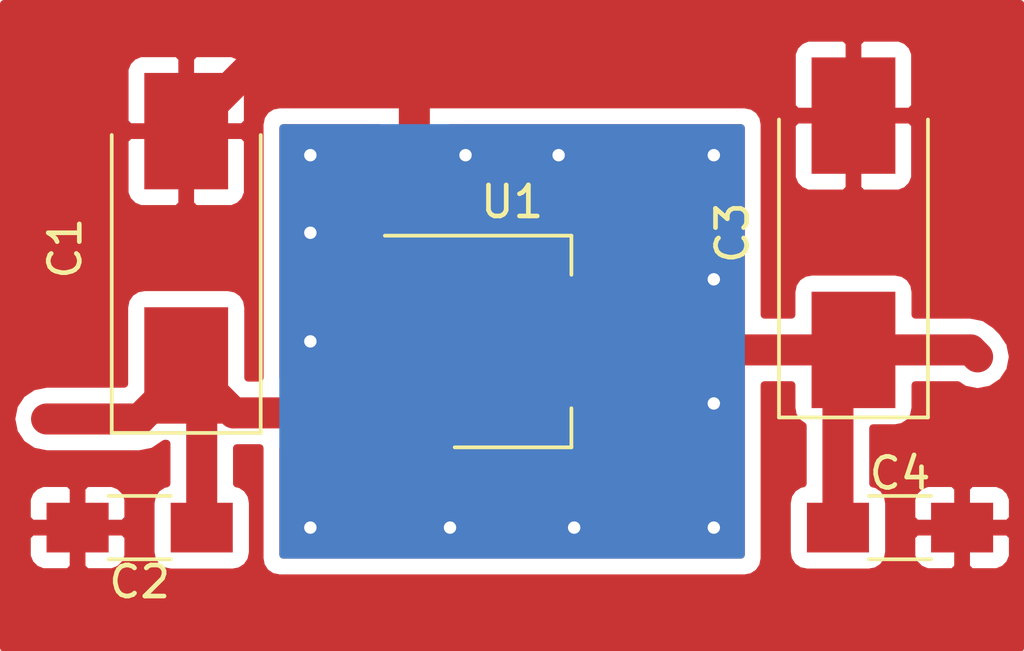
<source format=kicad_pcb>
(kicad_pcb (version 4) (host pcbnew 4.0.7)

  (general
    (links 9)
    (no_connects 1)
    (area 132 94 165.000001 115.000001)
    (thickness 1.6)
    (drawings 0)
    (tracks 45)
    (zones 0)
    (modules 5)
    (nets 4)
  )

  (page A4)
  (layers
    (0 F.Cu signal)
    (31 B.Cu signal)
    (32 B.Adhes user)
    (33 F.Adhes user)
    (34 B.Paste user)
    (35 F.Paste user)
    (36 B.SilkS user)
    (37 F.SilkS user)
    (38 B.Mask user)
    (39 F.Mask user)
    (40 Dwgs.User user)
    (41 Cmts.User user)
    (42 Eco1.User user)
    (43 Eco2.User user)
    (44 Edge.Cuts user)
    (45 Margin user)
    (46 B.CrtYd user)
    (47 F.CrtYd user)
    (48 B.Fab user)
    (49 F.Fab user)
  )

  (setup
    (last_trace_width 1)
    (trace_clearance 0.2)
    (zone_clearance 0.508)
    (zone_45_only yes)
    (trace_min 1)
    (segment_width 0.2)
    (edge_width 0.15)
    (via_size 0.6)
    (via_drill 0.4)
    (via_min_size 0.4)
    (via_min_drill 0.3)
    (uvia_size 0.3)
    (uvia_drill 0.1)
    (uvias_allowed no)
    (uvia_min_size 0.2)
    (uvia_min_drill 0.1)
    (pcb_text_width 0.3)
    (pcb_text_size 1.5 1.5)
    (mod_edge_width 0.15)
    (mod_text_size 1 1)
    (mod_text_width 0.15)
    (pad_size 1.524 1.524)
    (pad_drill 0.762)
    (pad_to_mask_clearance 0.2)
    (aux_axis_origin 0 0)
    (visible_elements FFFFFF7F)
    (pcbplotparams
      (layerselection 0x00030_80000001)
      (usegerberextensions false)
      (excludeedgelayer true)
      (linewidth 0.100000)
      (plotframeref false)
      (viasonmask false)
      (mode 1)
      (useauxorigin false)
      (hpglpennumber 1)
      (hpglpenspeed 20)
      (hpglpendiameter 15)
      (hpglpenoverlay 2)
      (psnegative false)
      (psa4output false)
      (plotreference true)
      (plotvalue true)
      (plotinvisibletext false)
      (padsonsilk false)
      (subtractmaskfromsilk false)
      (outputformat 1)
      (mirror false)
      (drillshape 1)
      (scaleselection 1)
      (outputdirectory ""))
  )

  (net 0 "")
  (net 1 +12V)
  (net 2 GND)
  (net 3 +5V)

  (net_class Default "This is the default net class."
    (clearance 0.2)
    (trace_width 1)
    (via_dia 0.6)
    (via_drill 0.4)
    (uvia_dia 0.3)
    (uvia_drill 0.1)
    (add_net +12V)
    (add_net +5V)
    (add_net GND)
  )

  (module Capacitors_Tantalum_SMD:CP_Tantalum_Case-D_EIA-7343-31_Hand (layer F.Cu) (tedit 58CC8C08) (tstamp 59D52654)
    (at 138 102 90)
    (descr "Tantalum capacitor, Case D, EIA 7343-31, 7.3x4.3x2.8mm, Hand soldering footprint")
    (tags "capacitor tantalum smd")
    (path /59D533FC)
    (attr smd)
    (fp_text reference C1 (at 0 -3.9 90) (layer F.SilkS)
      (effects (font (size 1 1) (thickness 0.15)))
    )
    (fp_text value "220 µ" (at 0 3.9 90) (layer F.Fab)
      (effects (font (size 1 1) (thickness 0.15)))
    )
    (fp_text user %R (at 0 0 90) (layer F.Fab)
      (effects (font (size 1 1) (thickness 0.15)))
    )
    (fp_line (start -6.05 -2.5) (end -6.05 2.5) (layer F.CrtYd) (width 0.05))
    (fp_line (start -6.05 2.5) (end 6.05 2.5) (layer F.CrtYd) (width 0.05))
    (fp_line (start 6.05 2.5) (end 6.05 -2.5) (layer F.CrtYd) (width 0.05))
    (fp_line (start 6.05 -2.5) (end -6.05 -2.5) (layer F.CrtYd) (width 0.05))
    (fp_line (start -3.65 -2.15) (end -3.65 2.15) (layer F.Fab) (width 0.1))
    (fp_line (start -3.65 2.15) (end 3.65 2.15) (layer F.Fab) (width 0.1))
    (fp_line (start 3.65 2.15) (end 3.65 -2.15) (layer F.Fab) (width 0.1))
    (fp_line (start 3.65 -2.15) (end -3.65 -2.15) (layer F.Fab) (width 0.1))
    (fp_line (start -2.92 -2.15) (end -2.92 2.15) (layer F.Fab) (width 0.1))
    (fp_line (start -2.555 -2.15) (end -2.555 2.15) (layer F.Fab) (width 0.1))
    (fp_line (start -5.95 -2.4) (end 3.65 -2.4) (layer F.SilkS) (width 0.12))
    (fp_line (start -5.95 2.4) (end 3.65 2.4) (layer F.SilkS) (width 0.12))
    (fp_line (start -5.95 -2.4) (end -5.95 2.4) (layer F.SilkS) (width 0.12))
    (pad 1 smd rect (at -3.775 0 90) (size 3.75 2.7) (layers F.Cu F.Paste F.Mask)
      (net 1 +12V))
    (pad 2 smd rect (at 3.775 0 90) (size 3.75 2.7) (layers F.Cu F.Paste F.Mask)
      (net 2 GND))
    (model ${KIPRJMOD}/AMS1117.3dshapes/CP_Tantalum_Case-D_EIA-7343-31.wrl
      (at (xyz 0 0 0))
      (scale (xyz 1 1 1))
      (rotate (xyz 0 0 0))
    )
  )

  (module Capacitors_SMD:C_1206_HandSoldering (layer F.Cu) (tedit 58AA84D1) (tstamp 59D5265A)
    (at 136.5 111 180)
    (descr "Capacitor SMD 1206, hand soldering")
    (tags "capacitor 1206")
    (path /59D53399)
    (attr smd)
    (fp_text reference C2 (at 0 -1.75 180) (layer F.SilkS)
      (effects (font (size 1 1) (thickness 0.15)))
    )
    (fp_text value "0.1 µ" (at 0 2 180) (layer F.Fab)
      (effects (font (size 1 1) (thickness 0.15)))
    )
    (fp_text user %R (at 0 -1.75 180) (layer F.Fab)
      (effects (font (size 1 1) (thickness 0.15)))
    )
    (fp_line (start -1.6 0.8) (end -1.6 -0.8) (layer F.Fab) (width 0.1))
    (fp_line (start 1.6 0.8) (end -1.6 0.8) (layer F.Fab) (width 0.1))
    (fp_line (start 1.6 -0.8) (end 1.6 0.8) (layer F.Fab) (width 0.1))
    (fp_line (start -1.6 -0.8) (end 1.6 -0.8) (layer F.Fab) (width 0.1))
    (fp_line (start 1 -1.02) (end -1 -1.02) (layer F.SilkS) (width 0.12))
    (fp_line (start -1 1.02) (end 1 1.02) (layer F.SilkS) (width 0.12))
    (fp_line (start -3.25 -1.05) (end 3.25 -1.05) (layer F.CrtYd) (width 0.05))
    (fp_line (start -3.25 -1.05) (end -3.25 1.05) (layer F.CrtYd) (width 0.05))
    (fp_line (start 3.25 1.05) (end 3.25 -1.05) (layer F.CrtYd) (width 0.05))
    (fp_line (start 3.25 1.05) (end -3.25 1.05) (layer F.CrtYd) (width 0.05))
    (pad 1 smd rect (at -2 0 180) (size 2 1.6) (layers F.Cu F.Paste F.Mask)
      (net 1 +12V))
    (pad 2 smd rect (at 2 0 180) (size 2 1.6) (layers F.Cu F.Paste F.Mask)
      (net 2 GND))
    (model ${KIPRJMOD}/AMS1117.3dshapes//C_1206.wrl
      (at (xyz 0 0 0))
      (scale (xyz 1 1 1))
      (rotate (xyz 0 0 0))
    )
  )

  (module Capacitors_Tantalum_SMD:CP_Tantalum_Case-D_EIA-7343-31_Hand (layer F.Cu) (tedit 58CC8C08) (tstamp 59D52660)
    (at 159.5 101.5 90)
    (descr "Tantalum capacitor, Case D, EIA 7343-31, 7.3x4.3x2.8mm, Hand soldering footprint")
    (tags "capacitor tantalum smd")
    (path /59D5342C)
    (attr smd)
    (fp_text reference C3 (at 0 -3.9 90) (layer F.SilkS)
      (effects (font (size 1 1) (thickness 0.15)))
    )
    (fp_text value "10 µ" (at 0 3.9 90) (layer F.Fab)
      (effects (font (size 1 1) (thickness 0.15)))
    )
    (fp_text user %R (at 0 0 90) (layer F.Fab)
      (effects (font (size 1 1) (thickness 0.15)))
    )
    (fp_line (start -6.05 -2.5) (end -6.05 2.5) (layer F.CrtYd) (width 0.05))
    (fp_line (start -6.05 2.5) (end 6.05 2.5) (layer F.CrtYd) (width 0.05))
    (fp_line (start 6.05 2.5) (end 6.05 -2.5) (layer F.CrtYd) (width 0.05))
    (fp_line (start 6.05 -2.5) (end -6.05 -2.5) (layer F.CrtYd) (width 0.05))
    (fp_line (start -3.65 -2.15) (end -3.65 2.15) (layer F.Fab) (width 0.1))
    (fp_line (start -3.65 2.15) (end 3.65 2.15) (layer F.Fab) (width 0.1))
    (fp_line (start 3.65 2.15) (end 3.65 -2.15) (layer F.Fab) (width 0.1))
    (fp_line (start 3.65 -2.15) (end -3.65 -2.15) (layer F.Fab) (width 0.1))
    (fp_line (start -2.92 -2.15) (end -2.92 2.15) (layer F.Fab) (width 0.1))
    (fp_line (start -2.555 -2.15) (end -2.555 2.15) (layer F.Fab) (width 0.1))
    (fp_line (start -5.95 -2.4) (end 3.65 -2.4) (layer F.SilkS) (width 0.12))
    (fp_line (start -5.95 2.4) (end 3.65 2.4) (layer F.SilkS) (width 0.12))
    (fp_line (start -5.95 -2.4) (end -5.95 2.4) (layer F.SilkS) (width 0.12))
    (pad 1 smd rect (at -3.775 0 90) (size 3.75 2.7) (layers F.Cu F.Paste F.Mask)
      (net 3 +5V))
    (pad 2 smd rect (at 3.775 0 90) (size 3.75 2.7) (layers F.Cu F.Paste F.Mask)
      (net 2 GND))
    (model ${KIPRJMOD}/AMS1117.3dshapes/CP_Tantalum_Case-D_EIA-7343-31.wrl
      (at (xyz 0 0 0))
      (scale (xyz 1 1 1))
      (rotate (xyz 0 0 0))
    )
  )

  (module Capacitors_SMD:C_1206_HandSoldering (layer F.Cu) (tedit 58AA84D1) (tstamp 59D52666)
    (at 161 111)
    (descr "Capacitor SMD 1206, hand soldering")
    (tags "capacitor 1206")
    (path /59D53457)
    (attr smd)
    (fp_text reference C4 (at 0 -1.75) (layer F.SilkS)
      (effects (font (size 1 1) (thickness 0.15)))
    )
    (fp_text value "0.1 µ" (at 0 2) (layer F.Fab)
      (effects (font (size 1 1) (thickness 0.15)))
    )
    (fp_text user %R (at 0 -1.75) (layer F.Fab)
      (effects (font (size 1 1) (thickness 0.15)))
    )
    (fp_line (start -1.6 0.8) (end -1.6 -0.8) (layer F.Fab) (width 0.1))
    (fp_line (start 1.6 0.8) (end -1.6 0.8) (layer F.Fab) (width 0.1))
    (fp_line (start 1.6 -0.8) (end 1.6 0.8) (layer F.Fab) (width 0.1))
    (fp_line (start -1.6 -0.8) (end 1.6 -0.8) (layer F.Fab) (width 0.1))
    (fp_line (start 1 -1.02) (end -1 -1.02) (layer F.SilkS) (width 0.12))
    (fp_line (start -1 1.02) (end 1 1.02) (layer F.SilkS) (width 0.12))
    (fp_line (start -3.25 -1.05) (end 3.25 -1.05) (layer F.CrtYd) (width 0.05))
    (fp_line (start -3.25 -1.05) (end -3.25 1.05) (layer F.CrtYd) (width 0.05))
    (fp_line (start 3.25 1.05) (end 3.25 -1.05) (layer F.CrtYd) (width 0.05))
    (fp_line (start 3.25 1.05) (end -3.25 1.05) (layer F.CrtYd) (width 0.05))
    (pad 1 smd rect (at -2 0) (size 2 1.6) (layers F.Cu F.Paste F.Mask)
      (net 3 +5V))
    (pad 2 smd rect (at 2 0) (size 2 1.6) (layers F.Cu F.Paste F.Mask)
      (net 2 GND))
    (model ${KIPRJMOD}/AMS1117.3dshapes/C_1206.wrl
      (at (xyz 0 0 0))
      (scale (xyz 1 1 1))
      (rotate (xyz 0 0 0))
    )
  )

  (module TO_SOT_Packages_SMD:SOT-223-3Lead_TabPin2 (layer F.Cu) (tedit 58CE4E7E) (tstamp 59D5266E)
    (at 148.5011 105.0036)
    (descr "module CMS SOT223 4 pins")
    (tags "CMS SOT")
    (path /59D532A6)
    (attr smd)
    (fp_text reference U1 (at 0 -4.5) (layer F.SilkS)
      (effects (font (size 1 1) (thickness 0.15)))
    )
    (fp_text value AP1117-50 (at 0 4.5) (layer F.Fab)
      (effects (font (size 1 1) (thickness 0.15)))
    )
    (fp_text user %R (at 0 0 90) (layer F.Fab)
      (effects (font (size 0.8 0.8) (thickness 0.12)))
    )
    (fp_line (start 1.91 3.41) (end 1.91 2.15) (layer F.SilkS) (width 0.12))
    (fp_line (start 1.91 -3.41) (end 1.91 -2.15) (layer F.SilkS) (width 0.12))
    (fp_line (start 4.4 -3.6) (end -4.4 -3.6) (layer F.CrtYd) (width 0.05))
    (fp_line (start 4.4 3.6) (end 4.4 -3.6) (layer F.CrtYd) (width 0.05))
    (fp_line (start -4.4 3.6) (end 4.4 3.6) (layer F.CrtYd) (width 0.05))
    (fp_line (start -4.4 -3.6) (end -4.4 3.6) (layer F.CrtYd) (width 0.05))
    (fp_line (start -1.85 -2.35) (end -0.85 -3.35) (layer F.Fab) (width 0.1))
    (fp_line (start -1.85 -2.35) (end -1.85 3.35) (layer F.Fab) (width 0.1))
    (fp_line (start -1.85 3.41) (end 1.91 3.41) (layer F.SilkS) (width 0.12))
    (fp_line (start -0.85 -3.35) (end 1.85 -3.35) (layer F.Fab) (width 0.1))
    (fp_line (start -4.1 -3.41) (end 1.91 -3.41) (layer F.SilkS) (width 0.12))
    (fp_line (start -1.85 3.35) (end 1.85 3.35) (layer F.Fab) (width 0.1))
    (fp_line (start 1.85 -3.35) (end 1.85 3.35) (layer F.Fab) (width 0.1))
    (pad 2 smd rect (at 3.15 0) (size 2 3.8) (layers F.Cu F.Paste F.Mask)
      (net 3 +5V))
    (pad 2 smd rect (at -3.15 0) (size 2 1.5) (layers F.Cu F.Paste F.Mask)
      (net 3 +5V))
    (pad 3 smd rect (at -3.15 2.3) (size 2 1.5) (layers F.Cu F.Paste F.Mask)
      (net 1 +12V))
    (pad 1 smd rect (at -3.15 -2.3) (size 2 1.5) (layers F.Cu F.Paste F.Mask)
      (net 2 GND))
    (model ${KIPRJMOD}/AMS1117.3dshapes/SOT-223.wrl
      (at (xyz 0 0 0))
      (scale (xyz 1 1 1))
      (rotate (xyz 0 0 0))
    )
  )

  (segment (start 138 105.775) (end 138 106) (width 1) (layer F.Cu) (net 1))
  (segment (start 138 106) (end 136.5 107.5) (width 1) (layer F.Cu) (net 1) (tstamp 59D54167))
  (segment (start 136.5 107.5) (end 133.5 107.5) (width 1) (layer F.Cu) (net 1) (tstamp 59D5416C))
  (segment (start 138.5 111) (end 138.5 106.275) (width 1) (layer F.Cu) (net 1))
  (segment (start 138.5 106.275) (end 139.5286 107.3036) (width 1) (layer F.Cu) (net 1) (tstamp 59D54163))
  (segment (start 139.5286 107.3036) (end 145.3511 107.3036) (width 1) (layer F.Cu) (net 1) (tstamp 59D54164))
  (segment (start 138.5 106.275) (end 138 105.775) (width 1) (layer F.Cu) (net 1) (tstamp 59D54157))
  (segment (start 145.3511 102.7036) (end 145.3511 96.6489) (width 1) (layer F.Cu) (net 2))
  (segment (start 140.225 96) (end 138 98.225) (width 1) (layer F.Cu) (net 2) (tstamp 59D54003))
  (segment (start 144.7022 96) (end 140.225 96) (width 1) (layer F.Cu) (net 2) (tstamp 59D54000))
  (segment (start 145.3511 96.6489) (end 144.7022 96) (width 1) (layer F.Cu) (net 2) (tstamp 59D53FFE))
  (segment (start 145.3511 105.0036) (end 142.0036 105.0036) (width 1) (layer F.Cu) (net 3) (status 400000))
  (segment (start 151.6511 108.8489) (end 151.6511 105.0036) (width 1) (layer F.Cu) (net 3) (tstamp 59D542A6) (status 800000))
  (segment (start 151 109.5) (end 151.6511 108.8489) (width 1) (layer F.Cu) (net 3) (tstamp 59D542A3))
  (segment (start 143.5 109.5) (end 151 109.5) (width 1) (layer F.Cu) (net 3) (tstamp 59D5429B))
  (segment (start 142 111) (end 143.5 109.5) (width 1) (layer F.Cu) (net 3) (tstamp 59D5429A))
  (via (at 142 111) (size 0.6) (drill 0.4) (layers F.Cu B.Cu) (net 3))
  (segment (start 146.5 111) (end 142 111) (width 1) (layer B.Cu) (net 3) (tstamp 59D54297))
  (via (at 146.5 111) (size 0.6) (drill 0.4) (layers F.Cu B.Cu) (net 3))
  (segment (start 150.5 111) (end 146.5 111) (width 1) (layer F.Cu) (net 3) (tstamp 59D54294))
  (via (at 150.5 111) (size 0.6) (drill 0.4) (layers F.Cu B.Cu) (net 3))
  (segment (start 155 111) (end 150.5 111) (width 1) (layer B.Cu) (net 3) (tstamp 59D54291))
  (via (at 155 111) (size 0.6) (drill 0.4) (layers F.Cu B.Cu) (net 3))
  (segment (start 155 107) (end 155 111) (width 1) (layer F.Cu) (net 3) (tstamp 59D5428E))
  (via (at 155 107) (size 0.6) (drill 0.4) (layers F.Cu B.Cu) (net 3))
  (segment (start 155 103) (end 155 107) (width 1) (layer B.Cu) (net 3) (tstamp 59D5428B))
  (via (at 155 103) (size 0.6) (drill 0.4) (layers F.Cu B.Cu) (net 3))
  (segment (start 155 99) (end 155 103) (width 1) (layer F.Cu) (net 3) (tstamp 59D54288))
  (via (at 155 99) (size 0.6) (drill 0.4) (layers F.Cu B.Cu) (net 3))
  (segment (start 150 99) (end 155 99) (width 1) (layer B.Cu) (net 3) (tstamp 59D54285))
  (via (at 150 99) (size 0.6) (drill 0.4) (layers F.Cu B.Cu) (net 3))
  (segment (start 147 99) (end 150 99) (width 1) (layer F.Cu) (net 3) (tstamp 59D54282))
  (via (at 147 99) (size 0.6) (drill 0.4) (layers F.Cu B.Cu) (net 3))
  (segment (start 142 99) (end 147 99) (width 1) (layer B.Cu) (net 3) (tstamp 59D5427F))
  (via (at 142 99) (size 0.6) (drill 0.4) (layers F.Cu B.Cu) (net 3))
  (segment (start 142 101.5) (end 142 99) (width 1) (layer F.Cu) (net 3) (tstamp 59D5427C))
  (via (at 142 101.5) (size 0.6) (drill 0.4) (layers F.Cu B.Cu) (net 3))
  (segment (start 142 105) (end 142 101.5) (width 1) (layer B.Cu) (net 3) (tstamp 59D54277))
  (via (at 142 105) (size 0.6) (drill 0.4) (layers F.Cu B.Cu) (net 3))
  (segment (start 142.0036 105.0036) (end 142 105) (width 1) (layer F.Cu) (net 3) (tstamp 59D54274))
  (segment (start 151.6511 105.0036) (end 151.9225 105.275) (width 1) (layer F.Cu) (net 3) (tstamp 59D542A7) (status C00000))
  (segment (start 151.9225 105.275) (end 163.275 105.275) (width 1) (layer F.Cu) (net 3) (tstamp 59D542A8) (status 400000))
  (segment (start 163.275 105.275) (end 163.5 105.5) (width 1) (layer F.Cu) (net 3) (tstamp 59D542AA))
  (segment (start 151.6511 105.0036) (end 151.9225 105.275) (width 1) (layer F.Cu) (net 3) (tstamp 59D541E0))
  (segment (start 159 111) (end 159 105.775) (width 1) (layer F.Cu) (net 3))

  (zone (net 3) (net_name +5V) (layer B.Cu) (tstamp 59D5288F) (hatch edge 0.508)
    (priority 1)
    (connect_pads (clearance 0.508))
    (min_thickness 0.254)
    (fill yes (arc_segments 16) (thermal_gap 0.508) (thermal_bridge_width 0.508))
    (polygon
      (pts
        (xy 156 112) (xy 141 112) (xy 141 98) (xy 156 98)
      )
    )
    (filled_polygon
      (pts
        (xy 155.873 111.873) (xy 141.127 111.873) (xy 141.127 98.127) (xy 155.873 98.127)
      )
    )
  )
  (zone (net 3) (net_name +5V) (layer F.Cu) (tstamp 59D5268C) (hatch edge 0.508)
    (priority 1)
    (connect_pads (clearance 0.508))
    (min_thickness 0.254)
    (fill yes (arc_segments 16) (thermal_gap 0.508) (thermal_bridge_width 0.508))
    (polygon
      (pts
        (xy 156 112) (xy 141 112) (xy 141 98) (xy 156 98)
      )
    )
    (filled_polygon
      (pts
        (xy 144.2161 101.331562) (xy 144.115783 101.350438) (xy 143.899659 101.48951) (xy 143.754669 101.70171) (xy 143.70366 101.9536)
        (xy 143.70366 103.4536) (xy 143.747938 103.688917) (xy 143.853582 103.853092) (xy 143.812773 103.893901) (xy 143.7161 104.12729)
        (xy 143.7161 104.71785) (xy 143.87485 104.8766) (xy 145.2241 104.8766) (xy 145.2241 104.8566) (xy 145.4781 104.8566)
        (xy 145.4781 104.8766) (xy 146.82735 104.8766) (xy 146.9861 104.71785) (xy 146.9861 104.12729) (xy 146.889427 103.893901)
        (xy 146.847466 103.85194) (xy 146.947531 103.70549) (xy 146.99854 103.4536) (xy 146.99854 102.97729) (xy 150.0161 102.97729)
        (xy 150.0161 104.71785) (xy 150.17485 104.8766) (xy 151.5241 104.8766) (xy 151.5241 102.62735) (xy 151.7781 102.62735)
        (xy 151.7781 104.8766) (xy 153.12735 104.8766) (xy 153.2861 104.71785) (xy 153.2861 102.97729) (xy 153.189427 102.743901)
        (xy 153.010798 102.565273) (xy 152.777409 102.4686) (xy 151.93685 102.4686) (xy 151.7781 102.62735) (xy 151.5241 102.62735)
        (xy 151.36535 102.4686) (xy 150.524791 102.4686) (xy 150.291402 102.565273) (xy 150.112773 102.743901) (xy 150.0161 102.97729)
        (xy 146.99854 102.97729) (xy 146.99854 101.9536) (xy 146.954262 101.718283) (xy 146.81519 101.502159) (xy 146.60299 101.357169)
        (xy 146.4861 101.333498) (xy 146.4861 98.127) (xy 155.873 98.127) (xy 155.873 111.873) (xy 141.127 111.873)
        (xy 141.127 108.4386) (xy 143.844256 108.4386) (xy 143.88701 108.505041) (xy 144.09921 108.650031) (xy 144.3511 108.70104)
        (xy 146.3511 108.70104) (xy 146.586417 108.656762) (xy 146.802541 108.51769) (xy 146.947531 108.30549) (xy 146.99854 108.0536)
        (xy 146.99854 106.5536) (xy 146.954262 106.318283) (xy 146.848618 106.154108) (xy 146.889427 106.113299) (xy 146.9861 105.87991)
        (xy 146.9861 105.28935) (xy 150.0161 105.28935) (xy 150.0161 107.02991) (xy 150.112773 107.263299) (xy 150.291402 107.441927)
        (xy 150.524791 107.5386) (xy 151.36535 107.5386) (xy 151.5241 107.37985) (xy 151.5241 105.1306) (xy 151.7781 105.1306)
        (xy 151.7781 107.37985) (xy 151.93685 107.5386) (xy 152.777409 107.5386) (xy 153.010798 107.441927) (xy 153.189427 107.263299)
        (xy 153.2861 107.02991) (xy 153.2861 105.28935) (xy 153.12735 105.1306) (xy 151.7781 105.1306) (xy 151.5241 105.1306)
        (xy 150.17485 105.1306) (xy 150.0161 105.28935) (xy 146.9861 105.28935) (xy 146.82735 105.1306) (xy 145.4781 105.1306)
        (xy 145.4781 105.1506) (xy 145.2241 105.1506) (xy 145.2241 105.1306) (xy 143.87485 105.1306) (xy 143.7161 105.28935)
        (xy 143.7161 105.87991) (xy 143.812773 106.113299) (xy 143.854734 106.15526) (xy 143.845619 106.1686) (xy 141.127 106.1686)
        (xy 141.127 98.127) (xy 144.2161 98.127)
      )
    )
  )
  (zone (net 2) (net_name GND) (layer F.Cu) (tstamp 59D52888) (hatch edge 0.508)
    (connect_pads (clearance 0.508))
    (min_thickness 0.254)
    (fill yes (arc_segments 16) (thermal_gap 0.508) (thermal_bridge_width 0.508))
    (polygon
      (pts
        (xy 165 115) (xy 132 115) (xy 132 94) (xy 165 94)
      )
    )
    (filled_polygon
      (pts
        (xy 164.873 114.873) (xy 132.127 114.873) (xy 132.127 111.28575) (xy 132.865 111.28575) (xy 132.865 111.92631)
        (xy 132.961673 112.159699) (xy 133.140302 112.338327) (xy 133.373691 112.435) (xy 134.21425 112.435) (xy 134.373 112.27625)
        (xy 134.373 111.127) (xy 134.627 111.127) (xy 134.627 112.27625) (xy 134.78575 112.435) (xy 135.626309 112.435)
        (xy 135.859698 112.338327) (xy 136.038327 112.159699) (xy 136.135 111.92631) (xy 136.135 111.28575) (xy 135.97625 111.127)
        (xy 134.627 111.127) (xy 134.373 111.127) (xy 133.02375 111.127) (xy 132.865 111.28575) (xy 132.127 111.28575)
        (xy 132.127 110.07369) (xy 132.865 110.07369) (xy 132.865 110.71425) (xy 133.02375 110.873) (xy 134.373 110.873)
        (xy 134.373 109.72375) (xy 134.627 109.72375) (xy 134.627 110.873) (xy 135.97625 110.873) (xy 136.135 110.71425)
        (xy 136.135 110.07369) (xy 136.038327 109.840301) (xy 135.859698 109.661673) (xy 135.626309 109.565) (xy 134.78575 109.565)
        (xy 134.627 109.72375) (xy 134.373 109.72375) (xy 134.21425 109.565) (xy 133.373691 109.565) (xy 133.140302 109.661673)
        (xy 132.961673 109.840301) (xy 132.865 110.07369) (xy 132.127 110.07369) (xy 132.127 107.5) (xy 132.365 107.5)
        (xy 132.451397 107.934346) (xy 132.697434 108.302566) (xy 133.065654 108.548603) (xy 133.5 108.635) (xy 136.5 108.635)
        (xy 136.934346 108.548603) (xy 137.302566 108.302566) (xy 137.307692 108.29744) (xy 137.365 108.29744) (xy 137.365 109.577962)
        (xy 137.264683 109.596838) (xy 137.048559 109.73591) (xy 136.903569 109.94811) (xy 136.85256 110.2) (xy 136.85256 111.8)
        (xy 136.896838 112.035317) (xy 137.03591 112.251441) (xy 137.24811 112.396431) (xy 137.5 112.44744) (xy 139.5 112.44744)
        (xy 139.735317 112.403162) (xy 139.951441 112.26409) (xy 140.096431 112.05189) (xy 140.14744 111.8) (xy 140.14744 110.2)
        (xy 140.103162 109.964683) (xy 139.96409 109.748559) (xy 139.75189 109.603569) (xy 139.635 109.579898) (xy 139.635 108.4386)
        (xy 140.365 108.4386) (xy 140.365 112) (xy 140.408427 112.230795) (xy 140.544827 112.442767) (xy 140.752949 112.584971)
        (xy 141 112.635) (xy 156 112.635) (xy 156.230795 112.591573) (xy 156.442767 112.455173) (xy 156.584971 112.247051)
        (xy 156.635 112) (xy 156.635 106.41) (xy 157.50256 106.41) (xy 157.50256 107.15) (xy 157.546838 107.385317)
        (xy 157.68591 107.601441) (xy 157.865 107.723808) (xy 157.865 109.577962) (xy 157.764683 109.596838) (xy 157.548559 109.73591)
        (xy 157.403569 109.94811) (xy 157.35256 110.2) (xy 157.35256 111.8) (xy 157.396838 112.035317) (xy 157.53591 112.251441)
        (xy 157.74811 112.396431) (xy 158 112.44744) (xy 160 112.44744) (xy 160.235317 112.403162) (xy 160.451441 112.26409)
        (xy 160.596431 112.05189) (xy 160.64744 111.8) (xy 160.64744 111.28575) (xy 161.365 111.28575) (xy 161.365 111.92631)
        (xy 161.461673 112.159699) (xy 161.640302 112.338327) (xy 161.873691 112.435) (xy 162.71425 112.435) (xy 162.873 112.27625)
        (xy 162.873 111.127) (xy 163.127 111.127) (xy 163.127 112.27625) (xy 163.28575 112.435) (xy 164.126309 112.435)
        (xy 164.359698 112.338327) (xy 164.538327 112.159699) (xy 164.635 111.92631) (xy 164.635 111.28575) (xy 164.47625 111.127)
        (xy 163.127 111.127) (xy 162.873 111.127) (xy 161.52375 111.127) (xy 161.365 111.28575) (xy 160.64744 111.28575)
        (xy 160.64744 110.2) (xy 160.623674 110.07369) (xy 161.365 110.07369) (xy 161.365 110.71425) (xy 161.52375 110.873)
        (xy 162.873 110.873) (xy 162.873 109.72375) (xy 163.127 109.72375) (xy 163.127 110.873) (xy 164.47625 110.873)
        (xy 164.635 110.71425) (xy 164.635 110.07369) (xy 164.538327 109.840301) (xy 164.359698 109.661673) (xy 164.126309 109.565)
        (xy 163.28575 109.565) (xy 163.127 109.72375) (xy 162.873 109.72375) (xy 162.71425 109.565) (xy 161.873691 109.565)
        (xy 161.640302 109.661673) (xy 161.461673 109.840301) (xy 161.365 110.07369) (xy 160.623674 110.07369) (xy 160.603162 109.964683)
        (xy 160.46409 109.748559) (xy 160.25189 109.603569) (xy 160.135 109.579898) (xy 160.135 107.79744) (xy 160.85 107.79744)
        (xy 161.085317 107.753162) (xy 161.301441 107.61409) (xy 161.446431 107.40189) (xy 161.49744 107.15) (xy 161.49744 106.41)
        (xy 162.858221 106.41) (xy 163.065655 106.548603) (xy 163.5 106.635) (xy 163.934345 106.548603) (xy 164.302566 106.302566)
        (xy 164.548603 105.934345) (xy 164.635 105.5) (xy 164.548603 105.065655) (xy 164.302566 104.697434) (xy 164.077566 104.472434)
        (xy 164.073434 104.469673) (xy 163.709346 104.226397) (xy 163.275 104.14) (xy 161.49744 104.14) (xy 161.49744 103.4)
        (xy 161.453162 103.164683) (xy 161.31409 102.948559) (xy 161.10189 102.803569) (xy 160.85 102.75256) (xy 158.15 102.75256)
        (xy 157.914683 102.796838) (xy 157.698559 102.93591) (xy 157.553569 103.14811) (xy 157.50256 103.4) (xy 157.50256 104.14)
        (xy 156.635 104.14) (xy 156.635 98.01075) (xy 157.515 98.01075) (xy 157.515 99.726309) (xy 157.611673 99.959698)
        (xy 157.790301 100.138327) (xy 158.02369 100.235) (xy 159.21425 100.235) (xy 159.373 100.07625) (xy 159.373 97.852)
        (xy 159.627 97.852) (xy 159.627 100.07625) (xy 159.78575 100.235) (xy 160.97631 100.235) (xy 161.209699 100.138327)
        (xy 161.388327 99.959698) (xy 161.485 99.726309) (xy 161.485 98.01075) (xy 161.32625 97.852) (xy 159.627 97.852)
        (xy 159.373 97.852) (xy 157.67375 97.852) (xy 157.515 98.01075) (xy 156.635 98.01075) (xy 156.635 98)
        (xy 156.591573 97.769205) (xy 156.455173 97.557233) (xy 156.247051 97.415029) (xy 156 97.365) (xy 141 97.365)
        (xy 140.769205 97.408427) (xy 140.557233 97.544827) (xy 140.415029 97.752949) (xy 140.365 98) (xy 140.365 106.1686)
        (xy 139.998732 106.1686) (xy 139.99744 106.167308) (xy 139.99744 103.9) (xy 139.953162 103.664683) (xy 139.81409 103.448559)
        (xy 139.60189 103.303569) (xy 139.35 103.25256) (xy 136.65 103.25256) (xy 136.414683 103.296838) (xy 136.198559 103.43591)
        (xy 136.053569 103.64811) (xy 136.00256 103.9) (xy 136.00256 106.365) (xy 133.5 106.365) (xy 133.065654 106.451397)
        (xy 132.697434 106.697434) (xy 132.451397 107.065654) (xy 132.365 107.5) (xy 132.127 107.5) (xy 132.127 98.51075)
        (xy 136.015 98.51075) (xy 136.015 100.226309) (xy 136.111673 100.459698) (xy 136.290301 100.638327) (xy 136.52369 100.735)
        (xy 137.71425 100.735) (xy 137.873 100.57625) (xy 137.873 98.352) (xy 138.127 98.352) (xy 138.127 100.57625)
        (xy 138.28575 100.735) (xy 139.47631 100.735) (xy 139.709699 100.638327) (xy 139.888327 100.459698) (xy 139.985 100.226309)
        (xy 139.985 98.51075) (xy 139.82625 98.352) (xy 138.127 98.352) (xy 137.873 98.352) (xy 136.17375 98.352)
        (xy 136.015 98.51075) (xy 132.127 98.51075) (xy 132.127 96.223691) (xy 136.015 96.223691) (xy 136.015 97.93925)
        (xy 136.17375 98.098) (xy 137.873 98.098) (xy 137.873 95.87375) (xy 138.127 95.87375) (xy 138.127 98.098)
        (xy 139.82625 98.098) (xy 139.985 97.93925) (xy 139.985 96.223691) (xy 139.888327 95.990302) (xy 139.709699 95.811673)
        (xy 139.497292 95.723691) (xy 157.515 95.723691) (xy 157.515 97.43925) (xy 157.67375 97.598) (xy 159.373 97.598)
        (xy 159.373 95.37375) (xy 159.627 95.37375) (xy 159.627 97.598) (xy 161.32625 97.598) (xy 161.485 97.43925)
        (xy 161.485 95.723691) (xy 161.388327 95.490302) (xy 161.209699 95.311673) (xy 160.97631 95.215) (xy 159.78575 95.215)
        (xy 159.627 95.37375) (xy 159.373 95.37375) (xy 159.21425 95.215) (xy 158.02369 95.215) (xy 157.790301 95.311673)
        (xy 157.611673 95.490302) (xy 157.515 95.723691) (xy 139.497292 95.723691) (xy 139.47631 95.715) (xy 138.28575 95.715)
        (xy 138.127 95.87375) (xy 137.873 95.87375) (xy 137.71425 95.715) (xy 136.52369 95.715) (xy 136.290301 95.811673)
        (xy 136.111673 95.990302) (xy 136.015 96.223691) (xy 132.127 96.223691) (xy 132.127 94.127) (xy 164.873 94.127)
      )
    )
  )
  (zone (net 2) (net_name GND) (layer B.Cu) (tstamp 59D52888) (hatch edge 0.508)
    (connect_pads (clearance 0.508))
    (min_thickness 0.254)
    (fill yes (arc_segments 16) (thermal_gap 0.508) (thermal_bridge_width 0.508))
    (polygon
      (pts
        (xy 165 115) (xy 132 115) (xy 132 94) (xy 165 94)
      )
    )
  )
)

</source>
